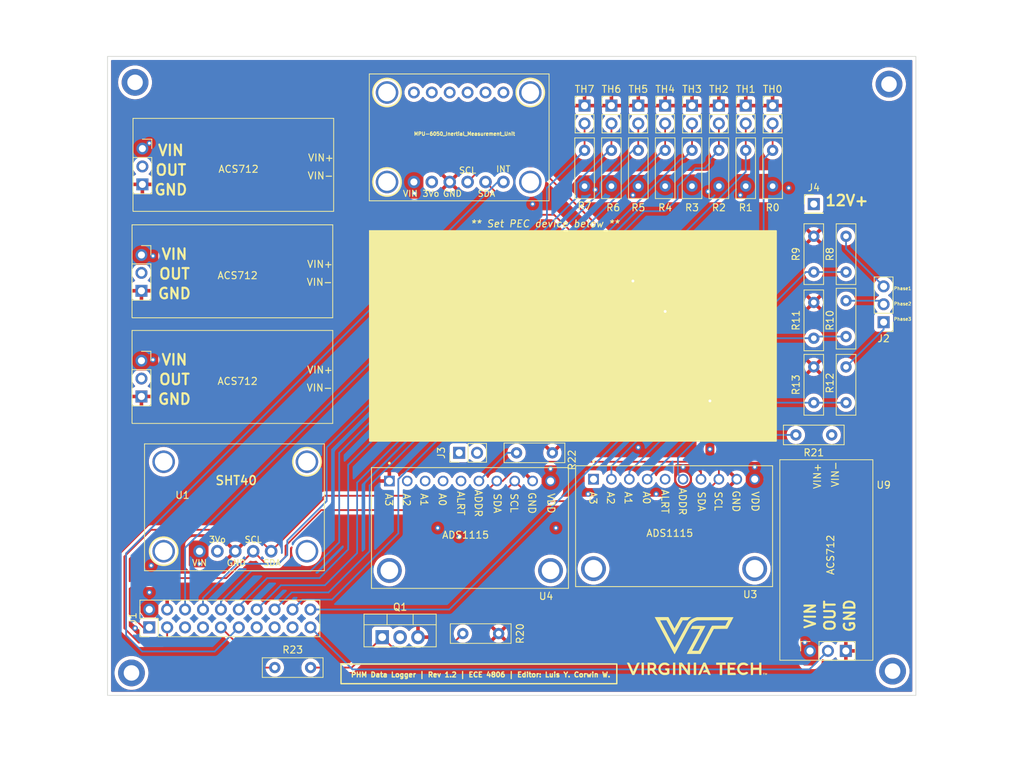
<source format=kicad_pcb>
(kicad_pcb (version 20211014) (generator pcbnew)
  (title_block (title "PHM Datalogging Board") (date "10/27/22") (rev "1.2") (company "Virginia Tech") (comment 1 "Editors: Luis Yon, Corwin Warner"))
  (layers (0 "F.Cu" signal) (1 "In1.Cu" power) (2 "In2.Cu" power) (31 "B.Cu" signal) (34 "B.Paste" user) (35 "F.Paste" user) (36 "B.SilkS" user "B.Silkscreen") (37 "F.SilkS" user "F.Silkscreen") (38 "B.Mask" user) (39 "F.Mask" user) (44 "Edge.Cuts" user))
  (net 0 "")
  (net 1 "SCL_5V")
  (net 2 "+5V")
  (net 3 "SDA_5V")
  (net 4 "GND")
  (net 6 "TM0+")
  (net 8 "TM1+")
  (net 9 "FAN_DRIV")
  (net 10 "TM2+")
  (net 11 "TM3+")
  (net 12 "CUR3")
  (net 13 "TM4+")
  (net 14 "CUR2")
  (net 15 "TM5+")
  (net 16 "CUR1")
  (net 17 "TM6+")
  (net 18 "CUR0")
  (net 19 "TM7+")
  (net 22 "+12V")
  (net 23 "IMU_INT")
  (net 24 "/VoltageReads/VREAD0")
  (net 25 "/VoltageReads/A0_IN")
  (net 26 "/VoltageReads/VREAD1")
  (net 27 "/VoltageReads/A1_IN")
  (net 28 "/VoltageReads/VREAD2")
  (net 29 "/VoltageReads/A2_IN")
  (net 32 "/Fan/FAN-")
  (net 33 "Net-(U3-Pad6)")
  (net 34 "Net-(U4-Pad6)")
  (net 35 "Net-(Q1-Pad1)")
  (footprint "Sensor_Current:ACS712" (layer "F.Cu") (at 172.053276 115.824)
    (fp_text reference "U9")
    (fp_text value "ACS712")
  )
  (footprint "Resistor_THT:R_Box_L8.4mm_W2.5mm_P5.08mm" (layer "F.Cu") (at 160.02 58.415 90)
    (fp_text reference "R1")
    (fp_text value "100k" hide)
  )
  (footprint "Symbol:VTlogo" (layer "F.Cu") (at 153.162 123.698)
    (fp_text reference "G***" hide)
    (fp_text value "LOGO" hide)
  )
  (footprint "Sensor_Humidity:SHT40_BB" (layer "F.Cu") (at 87.783 104.733)
    (fp_text reference "U1")
    (fp_text value "SHT40_Digital_Humidity_Sensor")
  )
  (footprint "Connector_PinHeader_2.54mm:PinHeader_1x02_P2.54mm_Vertical" (layer "F.Cu") (at 137.16 46.99)
    (fp_text reference "TH7")
    (fp_text value "Thermistor_NTC" hide)
  )
  (footprint "Connector_PinHeader_2.54mm:PinHeader_1x02_P2.54mm_Vertical" (layer "F.Cu") (at 144.78 46.99)
    (fp_text reference "TH5")
    (fp_text value "Thermistor_NTC" hide)
  )
  (footprint "MountingHole:MountingHole_2.2mm_M2_DIN965_Pad_TopBottom" (layer "F.Cu") (at 180.848 127.254)
    (fp_text reference "REF**" hide)
    (fp_text value "MountingHole_2.2mm_M2_DIN965_Pad_TopBottom")
  )
  (footprint "Resistor_THT:R_Box_L8.4mm_W2.5mm_P5.08mm" (layer "F.Cu") (at 169.672 89.149 90)
    (fp_text reference "R13")
    (fp_text value "10k" hide)
  )
  (footprint "Resistor_THT:R_Box_L8.4mm_W2.5mm_P5.08mm" (layer "F.Cu") (at 93.223 126.746)
    (fp_text reference "R23")
    (fp_text value "100" hide)
  )
  (footprint "Connector_PinHeader_2.54mm:PinHeader_1x02_P2.54mm_Vertical" (layer "F.Cu") (at 140.97 46.99)
    (fp_text reference "TH6")
    (fp_text value "Thermistor_NTC" hide)
  )
  (footprint "Connector_PinHeader_2.54mm:PinHeader_1x03_P2.54mm_Vertical" (layer "F.Cu") (at 179.578 77.724 180)
    (fp_text reference "J2")
    (fp_text value "Conn_01x03")
  )
  (footprint "Package_DIP:ADS1115" (layer "F.Cu") (at 120.904 106.934 180)
    (fp_text reference "U4")
    (fp_text value "ADS1115")
  )
  (footprint "Resistor_THT:R_Box_L8.4mm_W2.5mm_P5.08mm" (layer "F.Cu") (at 174.244 84.074 -90)
    (fp_text reference "R12")
    (fp_text value "10k" hide)
  )
  (footprint "Resistor_THT:R_Box_L8.4mm_W2.5mm_P5.08mm" (layer "F.Cu") (at 169.672 70.607 90)
    (fp_text reference "R9")
    (fp_text value "10k" hide)
  )
  (footprint "Resistor_THT:R_Box_L8.4mm_W2.5mm_P5.08mm" (layer "F.Cu") (at 156.21 58.415 90)
    (fp_text reference "R2")
    (fp_text value "100k" hide)
  )
  (footprint "Connector_PinHeader_2.54mm:PinHeader_1x02_P2.54mm_Vertical" (layer "F.Cu") (at 119.375 96.266 90)
    (fp_text reference "J3")
    (fp_text value "Conn_01x02")
  )
  (footprint "Sensor_Current:ACS712" (layer "F.Cu") (at 82.867017 86.103276 -90)
    (fp_text reference "U12" hide)
    (fp_text value "ACS712")
  )
  (footprint "Resistor_THT:R_Box_L8.4mm_W2.5mm_P5.08mm" (layer "F.Cu") (at 163.83 58.415 90)
    (fp_text reference "R0")
    (fp_text value "100k" hide)
  )
  (footprint "MountingHole:MountingHole_2.2mm_M2_DIN965_Pad_TopBottom" (layer "F.Cu") (at 73.406 43.688)
    (fp_text reference "REF**" hide)
    (fp_text value "MountingHole_2.2mm_M2_DIN965_Pad_TopBottom")
  )
  (footprint "Resistor_THT:R_Box_L8.4mm_W2.5mm_P5.08mm" (layer "F.Cu") (at 174.244 65.532 -90)
    (fp_text reference "R8")
    (fp_text value "10k" hide)
  )
  (footprint "Resistor_THT:R_Box_L8.4mm_W2.5mm_P5.08mm" (layer "F.Cu") (at 174.244 74.681 -90)
    (fp_text reference "R10")
    (fp_text value "10k" hide)
  )
  (footprint "Sensor_Current:ACS712" (layer "F.Cu") (at 82.867017 71.103276 -90)
    (fp_text reference "U11" hide)
    (fp_text value "ACS712")
  )
  (footprint "Resistor_THT:R_Box_L8.4mm_W2.5mm_P5.08mm" (layer "F.Cu") (at 152.4 58.415 90)
    (fp_text reference "R3")
    (fp_text value "100k" hide)
  )
  (footprint "Connector_PinHeader_2.54mm:PinHeader_1x02_P2.54mm_Vertical" (layer "F.Cu") (at 163.83 46.99)
    (fp_text reference "TH0")
    (fp_text value "Thermistor_NTC" hide)
  )
  (footprint "Connector_PinHeader_2.54mm:PinHeader_1x02_P2.54mm_Vertical" (layer "F.Cu") (at 148.59 46.99)
    (fp_text reference "TH4")
    (fp_text value "Thermistor_NTC" hide)
  )
  (footprint "Sensor_Current:ACS712" (layer "F.Cu") (at 83 56 -90)
    (fp_text reference "U10" hide)
    (fp_text value "ACS712")
  )
  (footprint "Package_TO_SOT_THT:TO-220-3_Vertical" (layer "F.Cu") (at 108.458 122.428)
    (fp_text reference "Q1")
    (fp_text value "IRLZ44N")
  )
  (footprint "Resistor_THT:R_Box_L8.4mm_W2.5mm_P5.08mm" (layer "F.Cu") (at 127.513 96.266)
    (fp_text reference "R22")
    (fp_text value "10k" hide)
  )
  (footprint "Resistor_THT:R_Box_L8.4mm_W2.5mm_P5.08mm" (layer "F.Cu") (at 172.212 93.726 180)
    (fp_text reference "R21")
    (fp_text value "10k" hide)
  )
  (footprint "MountingHole:MountingHole_2.2mm_M2_DIN965_Pad_TopBottom" (layer "F.Cu") (at 72.898 127.508)
    (fp_text reference "REF**" hide)
    (fp_text value "MountingHole_2.2mm_M2_DIN965_Pad_TopBottom")
  )
  (footprint "Connector_PinHeader_2.54mm:PinHeader_1x02_P2.54mm_Vertical" (layer "F.Cu") (at 152.4 46.99)
    (fp_text reference "TH3")
    (fp_text value "Thermistor_NTC" hide)
  )
  (footprint "MountingHole:MountingHole_2.2mm_M2_DIN965_Pad_TopBottom" (layer "F.Cu") (at 180.34 43.942)
    (fp_text reference "REF**" hide)
    (fp_text value "MountingHole_2.2mm_M2_DIN965_Pad_TopBottom")
  )
  (footprint "Connector_PinHeader_2.54mm:PinHeader_2x10_P2.54mm_Vertical" (layer "F.Cu") (at 75.42 121.04 90)
    (fp_text reference "J1")
    (fp_text value "Conn_2Rows-21Pins")
  )
  (footprint "Connector_PinHeader_2.54mm:PinHeader_1x02_P2.54mm_Vertical" (layer "F.Cu") (at 160.02 46.99)
    (fp_text reference "TH1")
    (fp_text value "Thermistor_NTC" hide)
  )
  (footprint "Package_DIP:ADS1115" (layer "F.Cu") (at 149.86 106.68 180)
    (fp_text reference "U3")
    (fp_text value "ADS1115")
  )
  (footprint "Sensor_Motion:MPU6050_BB" (layer "F.Cu") (at 120.13 63.995)
    (fp_text reference "U2" hide)
    (fp_text value "MPU-6050_Inertial_Measurement_Unit")
  )
  (footprint "Connector_PinHeader_2.54mm:PinHeader_1x02_P2.54mm_Vertical" (layer "F.Cu") (at 156.21 46.99)
    (fp_text reference "TH2")
    (fp_text value "Thermistor_NTC" hide)
  )
  (footprint "Resistor_THT:R_Box_L8.4mm_W2.5mm_P5.08mm" (layer "F.Cu") (at 119.893 121.92)
    (fp_text reference "R20")
    (fp_text value "10k" hide)
  )
  (footprint "Resistor_THT:R_Box_L8.4mm_W2.5mm_P5.08mm" (layer "F.Cu") (at 144.78 58.415 90)
    (fp_text reference "R5")
    (fp_text value "100k" hide)
  )
  (footprint "Resistor_THT:R_Box_L8.4mm_W2.5mm_P5.08mm" (layer "F.Cu") (at 148.59 58.415 90)
    (fp_text reference "R4")
    (fp_text value "100k" hide)
  )
  (footprint "Resistor_THT:R_Box_L8.4mm_W2.5mm_P5.08mm" (layer "F.Cu") (at 140.97 58.415 90)
    (fp_text reference "R6")
    (fp_text value "100k" hide)
  )
  (footprint "Resistor_THT:R_Box_L8.4mm_W2.5mm_P5.08mm" (layer "F.Cu") (at 169.672 80.005 90)
    (fp_text reference "R11")
    (fp_text value "10k" hide)
  )
  (footprint "Connector_PinHeader_2.54mm:PinHeader_1x01_P2.54mm_Vertical" (layer "F.Cu") (at 169.672 60.96)
    (fp_text reference "J4")
    (fp_text value "Conn_01x01")
  )
  (footprint "Resistor_THT:R_Box_L8.4mm_W2.5mm_P5.08mm" (layer "F.Cu") (at 137.16 58.42 90)
    (fp_text reference "R7")
    (fp_text value "100k" hide)
  )
  (gr_rect (start 102.616 126.238) (end 141.732 129.032) (layer "F.SilkS") (width 0.2) (fill none))
  (gr_rect (start 106.686206 64.77) (end 164.331795 94.5862) (layer "F.SilkS") (width 0.2) (fill solid))
  (gr_rect (start 69.5 40) (end 184.15 130.69) (layer "Edge.Cuts") (width 0.1) (fill none))
  (gr_text "OUT\n" (at 171.958 119.38 90) (layer "F.SilkS") (effects (font (size 1.5 1.5) (thickness 0.3))))
  (gr_text "GND" (at 174.752 119.38 90) (layer "F.SilkS") (effects (font (size 1.5 1.5) (thickness 0.3))))
  (gr_text "OUT\n" (at 78.994 70.866) (layer "F.SilkS") (effects (font (size 1.5 1.5) (thickness 0.3))))
  (gr_text "VIN" (at 78.994 68.072) (layer "F.SilkS") (effects (font (size 1.5 1.5) (thickness 0.3))))
  (gr_text "OUT\n" (at 78.486 56.134) (layer "F.SilkS") (effects (font (size 1.5 1.5) (thickness 0.3))))
  (gr_text "PHM Data Logger | Rev 1.2 | ECE 4806 | Editor: Luis Y. Corwin W." (at 122.428 127.762) (layer "F.SilkS") (effects (font (size 0.7 0.7) (thickness 0.175))))
  (gr_text "GND" (at 78.994 73.66) (layer "F.SilkS") (effects (font (size 1.5 1.5) (thickness 0.3))))
  (gr_text "VIN" (at 78.994 83.058) (layer "F.SilkS") (effects (font (size 1.5 1.5) (thickness 0.3))))
  (gr_text "GND" (at 78.486 58.928) (layer "F.SilkS") (effects (font (size 1.5 1.5) (thickness 0.3))))
  (gr_text "** Set PEC device below **" (at 131.572 63.754) (layer "F.SilkS") (effects (font (size 1 1) (thickness 0.15) italic)))
  (gr_text "GND" (at 78.994 88.646) (layer "F.SilkS") (effects (font (size 1.5 1.5) (thickness 0.3))))
  (gr_text "Phase1\n\n\nPhase2\n\n\nPhase3\n" (at 182.265695 75.111063) (layer "F.SilkS") (effects (font (size 0.45 0.45) (thickness 0.1))))
  (gr_text "OUT\n" (at 78.994 85.852) (layer "F.SilkS") (effects (font (size 1.5 1.5) (thickness 0.3))))
  (gr_text "12V+" (at 174.370909 60.46109) (layer "F.SilkS") (effects (font (size 1.5 1.5) (thickness 0.3))))
  (gr_text "VIN" (at 169.164 119.38 90) (layer "F.SilkS") (effects (font (size 1.5 1.5) (thickness 0.3))))
  (gr_text "VIN" (at 78.486 53.34) (layer "F.SilkS") (effects (font (size 1.5 1.5) (thickness 0.3))))
  (segment (start 72.644 115.57) (end 72.644 119.126) (width 0.25) (layer "F.Cu") (net 1))
  (segment (start 123.1265 104.394) (end 99.822 104.394) (width 0.25) (layer "F.Cu") (net 1))
  (segment (start 91.944 112.014) (end 90.163 110.233) (width 0.25) (layer "F.Cu") (net 1))
  (segment (start 99.822 104.394) (end 94.742 109.474) (width 0.25) (layer "F.Cu") (net 1))
  (segment (start 127.254 100.2665) (end 123.1265 104.394) (width 0.25) (layer "F.Cu") (net 1))
  (segment (start 120.573 57.828) (end 122.775 55.626) (width 0.25) (layer "F.Cu") (net 1))
  (segment (start 74.168 114.046) (end 72.644 115.57) (width 0.25) (layer "F.Cu") (net 1))
  (segment (start 122.775 55.626) (end 130.556 55.626) (width 0.25) (layer "F.Cu") (net 1))
  (segment (start 86.35 114.046) (end 74.168 114.046) (width 0.25) (layer "F.Cu") (net 1))
  (segment (start 94.742 109.474) (end 94.742 110.998) (width 0.25) (layer "F.Cu") (net 1))
  (segment (start 130.556 55.626) (end 156.21 81.28) (width 0.25) (layer "F.Cu") (net 1))
  (segment (start 74.558 121.04) (end 75.42 121.04) (width 0.25) (layer "F.Cu") (net 1))
  (segment (start 127.254 100.2665) (end 130.1115 103.124) (width 0.25) (layer "F.Cu") (net 1))
  (segment (start 130.1115 103.124) (end 153.0985 103.124) (width 0.25) (layer "F.Cu") (net 1))
  (segment (start 93.726 112.014) (end 91.944 112.014) (width 0.25) (layer "F.Cu") (net 1))
  (segment (start 156.21 81.28) (end 156.21 100.0125) (width 0.25) (layer "F.Cu") (net 1))
  (segment (start 153.0985 103.124) (end 156.21 100.0125) (width 0.25) (layer "F.Cu") (net 1))
  (segment (start 72.644 119.126) (end 74.558 121.04) (width 0.25) (layer "F.Cu") (net 1))
  (segment (start 94.742 110.998) (end 93.726 112.014) (width 0.25) (layer "F.Cu") (net 1))
  (segment (start 90.163 110.233) (end 86.35 114.046) (width 0.25) (layer "F.Cu") (net 1))
  (via (at 159.258 59.69) (size 0.8) (drill 0.4) (layers "F.Cu" "B.Cu") (net 2))
  (via (at 151.13 98.298) (size 0.8) (drill 0.4) (layers "F.Cu" "B.Cu") (net 2))
  (via (at 75.946 83.058) (size 0.8) (drill 0.4) (layers "F.Cu" "B.Cu") (net 2))
  (via (at 132.334 98.552) (size 0.8) (drill 0.4) (layers "F.Cu" "B.Cu") (net 2))
  (via (at 75.438 116.078) (size 0.8) (drill 0.4) (layers "F.Cu" "B.Cu") (net 2))
  (via (at 154.686 59.182) (size 0.8) (drill 0.4) (layers "F.Cu" "B.Cu") (net 2))
  (via (at 113.03 59.436) (size 0.8) (drill 0.4) (layers "F.Cu" "B.Cu") (net 2))
  (via (at 75.946 68.326) (size 0.8) (drill 0.4) (layers "F.Cu" "B.Cu") (net 2))
  (via (at 168.402 123.19) (size 0.8) (drill 0.4) (layers "F.Cu" "B.Cu") (net 2))
  (via (at 161.29 98.298) (size 0.8) (drill 0.4) (layers "F.Cu" "B.Cu") (net 2))
  (via (at 82.55 112.014) (size 0.8) (drill 0.4) (layers "F.Cu" "B.Cu") (net 2))
  (via (at 144.018 59.69) (size 0.8) (drill 0.4) (layers "F.Cu" "B.Cu") (net 2))
  (via (at 75.438 52.324) (size 0.8) (drill 0.4) (layers "F.Cu" "B.Cu") (net 2))
  (via (at 138.684 58.928) (size 0.8) (drill 0.4) (layers "F.Cu" "B.Cu") (net 2))
  (via (at 166.116 58.674) (size 0.8) (drill 0.4) (layers "F.Cu" "B.Cu") (net 2))
  (segment (start 89.658 107.188) (end 75.692 107.188) (width 0.25) (layer "F.Cu") (net 3))
  (segment (start 77.216 123.19) (end 77.978 122.428) (width 0.25) (layer "F.Cu") (net 3))
  (segment (start 92.703 110.233) (end 89.658 107.188) (width 0.25) (layer "F.Cu") (net 3))
  (segment (start 71.882 110.998) (end 71.882 121.158) (width 0.25) (layer "F.Cu") (net 3))
  (segment (start 100.076 102.616) (end 100.076 102.86) (width 0.25) (layer "F.Cu") (net 3))
  (segment (start 152.146 97.536) (end 153.67 99.06) (width 0.25) (layer "F.Cu") (net 3))
  (segment (start 132.842 62.484) (end 153.67 83.312) (width 0.25) (layer "F.Cu") (net 3))
  (segment (start 153.67 83.312) (end 153.67 100.0125) (width 0.25) (layer "F.Cu") (net 3))
  (segment (start 153.67 99.06) (end 153.67 100.0125) (width 0.25) (layer "F.Cu") (net 3))
  (segment (start 122.682 102.2985) (end 124.714 100.2665) (width 0.25) (layer "F.Cu") (net 3))
  (segment (start 128.27 97.536) (end 152.146 97.536) (width 0.25) (layer "F.Cu") (net 3))
  (segment (start 77.96 122.41) (end 77.96 121.04) (width 0.25) (layer "F.Cu") (net 3))
  (segment (start 127.769 62.484) (end 132.842 62.484) (width 0.25) (layer "F.Cu") (net 3))
  (segment (start 77.978 122.428) (end 77.96 122.41) (width 0.25) (layer "F.Cu") (net 3))
  (segment (start 124.714 100.2665) (end 125.5395 100.2665) (width 0.25) (layer "F.Cu") (net 3))
  (segment (start 75.692 107.188) (end 71.882 110.998) (width 0.25) (layer "F.Cu") (net 3))
  (segment (start 125.5395 100.2665) (end 128.27 97.536) (width 0.25) (layer "F.Cu") (net 3))
  (segment (start 73.914 123.19) (end 77.216 123.19) (width 0.25) (layer "F.Cu") (net 3))
  (segment (start 100.076 102.616) (end 100.33 102.362) (width 0.25) (layer "F.Cu") (net 3))
  (segment (start 100.33 102.362) (end 122.682 102.362) (width 0.25) (layer "F.Cu") (net 3))
  (segment (start 123.113 57.828) (end 127.769 62.484) (width 0.25) (layer "F.Cu") (net 3))
  (segment (start 71.882 121.158) (end 73.914 123.19) (width 0.25) (layer "F.Cu") (net 3))
  (segment (start 100.076 102.86) (end 92.703 110.233) (width 0.25) (layer "F.Cu") (net 3))
  (segment (start 122.682 102.362) (end 122.682 102.2985) (width 0.25) (layer "F.Cu") (net 3))
  (via (at 154.94 88.9) (size 0.8) (drill 0.4) (layers "F.Cu" "B.Cu") (net 4))
  (via (at 148.59 76.2) (size 0.8) (drill 0.4) (layers "F.Cu" "B.Cu") (net 4))
  (via (at 73.406 121.158) (size 0.8) (drill 0.4) (layers "F.Cu" "B.Cu") (net 4))
  (via (at 144.78 95.504) (size 0.8) (drill 0.4) (layers "F.Cu" "B.Cu") (net 4))
  (via (at 133.096 106.934) (size 0.8) (drill 0.4) (layers "F.Cu" "B.Cu") (net 4))
  (via (at 75.692 112.268) (size 0.8) (drill 0.4) (layers "F.Cu" "B.Cu") (net 4))
  (via (at 137.668 102.108) (size 0.8) (drill 0.4) (layers "F.Cu" "B.Cu") (net 4))
  (via (at 116.332 106.934) (size 0.8) (drill 0.4) (layers "F.Cu" "B.Cu") (net 4))
  (via (at 144.018 71.882) (size 0.8) (drill 0.4) (layers "F.Cu" "B.Cu") (net 4))
  (via (at 147.32 102.108) (size 0.8) (drill 0.4) (layers "F.Cu" "B.Cu") (net 4))
  (via (at 129.794 60.96) (size 0.8) (drill 0.4) (layers "F.Cu" "B.Cu") (net 4))
  (via (at 119.38 108.204) (size 0.8) (drill 0.4) (layers "F.Cu" "B.Cu") (net 4))
  (via (at 154.94 95.758) (size 0.8) (drill 0.4) (layers "F.Cu" "B.Cu") (net 4))
  (segment (start 163.83 53.335) (end 163.83 49.53) (width 0.25) (layer "F.Cu") (net 6))
  (segment (start 163.83 53.335) (end 162.56 54.605) (width 0.25) (layer "B.Cu") (net 6))
  (segment (start 162.56 73.914) (end 117.974 118.5) (width 0.25) (layer "B.Cu") (net 6))
  (segment (start 162.56 54.605) (end 162.56 73.914) (width 0.25) (layer "B.Cu") (net 6))
  (segment (start 117.974 118.5) (end 98.28 118.5) (width 0.25) (layer "B.Cu") (net 6))
  (segment (start 160.02 53.335) (end 160.02 49.53) (width 0.25) (layer "F.Cu") (net 8))
  (segment (start 145.250511 71.157489) (end 160.02 56.388) (width 0.25) (layer "B.Cu") (net 8))
  (segment (start 110.744 100.011254) (end 139.597765 71.157489) (width 0.25) (layer "B.Cu") (net 8))
  (segment (start 160.02 56.388) (end 160.02 53.335) (width 0.25) (layer "B.Cu") (net 8))
  (segment (start 97.146 117.094) (end 95.74 118.5) (width 0.25) (layer "B.Cu") (net 8))
  (segment (start 110.744 107.696) (end 101.346 117.094) (width 0.25) (layer "B.Cu") (net 8))
  (segment (start 139.597765 71.157489) (end 145.250511 71.157489) (width 0.25) (layer "B.Cu") (net 8))
  (segment (start 110.744 100.011254) (end 110.744 107.696) (width 0.25) (layer "B.Cu") (net 8))
  (segment (start 101.346 117.094) (end 97.146 117.094) (width 0.25) (layer "B.Cu") (net 8))
  (segment (start 91.286 126.746) (end 85.58 121.04) (width 0.25) (layer "F.Cu") (net 9))
  (segment (start 93.223 126.746) (end 91.286 126.746) (width 0.25) (layer "F.Cu") (net 9))
  (segment (start 156.21 53.335) (end 156.21 49.53) (width 0.25) (layer "F.Cu") (net 10))
  (segment (start 152.908 55.88) (end 150.368 58.42) (width 0.25) (layer "B.Cu") (net 10))
  (segment (start 154.178 55.88) (end 152.908 55.88) (width 0.25) (layer "B.Cu") (net 10))
  (segment (start 95.622 116.078) (end 93.2 118.5) (width 0.25) (layer "B.Cu") (net 10))
  (segment (start 145.607478 61.976) (end 106.68 100.903478) (width 0.25) (layer "B.Cu") (net 10))
  (segment (start 154.94 55.118) (end 154.94 54.605) (width 0.25) (layer "B.Cu") (net 10))
  (segment (start 106.68 100.903478) (end 106.68 110.236) (width 0.25) (layer "B.Cu") (net 10))
  (segment (start 154.94 55.118) (end 154.178 55.88) (width 0.25) (layer "B.Cu") (net 10))
  (segment (start 100.838 116.078) (end 95.622 116.078) (width 0.25) (layer "B.Cu") (net 10))
  (segment (start 150.368 58.42) (end 150.368 60.198) (width 0.25) (layer "B.Cu") (net 10))
  (segment (start 106.68 110.236) (end 100.838 116.078) (width 0.25) (layer "B.Cu") (net 10))
  (segment (start 154.94 54.605) (end 156.21 53.335) (width 0.25) (layer "B.Cu") (net 10))
  (segment (start 148.59 61.976) (end 145.607478 61.976) (width 0.25) (layer "B.Cu") (net 10))
  (segment (start 150.368 60.198) (end 148.59 61.976) (width 0.25) (layer "B.Cu") (net 10))
  (segment (start 152.4 53.335) (end 152.4 49.53) (width 0.25) (layer "F.Cu") (net 11))
  (segment (start 151.22699 54.50801) (end 152.4 53.335) (width 0.25) (layer "B.Cu") (net 11))
  (segment (start 104.902 110.49) (end 100.33 115.062) (width 0.25) (layer "B.Cu") (net 11))
  (segment (start 150.876 54.50801) (end 104.902 100.48201) (width 0.25) (layer "B.Cu") (net 11))
  (segment (start 150.876 54.50801) (end 151.22699 54.50801) (width 0.25) (layer "B.Cu") (net 11))
  (segment (start 104.902 100.48201) (end 104.902 110.49) (width 0.25) (layer "B.Cu") (net 11))
  (segment (start 100.33 115.062) (end 94.098 115.062) (width 0.25) (layer "B.Cu") (net 11))
  (segment (start 94.098 115.062) (end 90.66 118.5) (width 0.25) (layer "B.Cu") (net 11))
  (segment (start 148.59 53.335) (end 148.59 49.53) (width 0.25) (layer "F.Cu") (net 13))
  (segment (start 92.134 114.046) (end 88.12 118.06) (width 0.25) (layer "B.Cu") (net 13))
  (segment (start 148.2697 53.335) (end 103.632 97.9727) (width 0.25) (layer "B.Cu") (net 13))
  (segment (start 103.632 97.9727) (end 103.632 109.982) (width 0.25) (layer "B.Cu") (net 13))
  (segment (start 99.568 114.046) (end 92.134 114.046) (width 0.25) (layer "B.Cu") (net 13))
  (segment (start 103.632 109.982) (end 99.568 114.046) (width 0.25) (layer "B.Cu") (net 13))
  (segment (start 148.59 53.335) (end 148.2697 53.335) (width 0.25) (layer "B.Cu") (net 13))
  (segment (start 88.12 118.06) (end 88.12 118.5) (width 0.25) (layer "B.Cu") (net 13))
  (segment (start 144.78 53.335) (end 144.78 49.53) (width 0.25) (layer "F.Cu") (net 15))
  (segment (start 144.78 53.335) (end 144.023 53.335) (width 0.25) (layer "B.Cu") (net 15))
  (segment (start 85.58 117.366) (end 85.58 118.5) (width 0.25) (layer "B.Cu") (net 15))
  (segment (start 144.023 53.335) (end 139.408511 57.949489) (width 0.25) (layer "B.Cu") (net 15))
  (segment (start 98.298 113.03) (end 89.916 113.03) (width 0.25) (layer "B.Cu") (net 15))
  (segment (start 139.408511 59.228103) (end 102.362 96.274614) (width 0.25) (layer "B.Cu") (net 15))
  (segment (start 89.916 113.03) (end 85.58 117.366) (width 0.25) (layer "B.Cu") (net 15))
  (segment (start 139.408511 57.949489) (end 139.408511 59.228103) (width 0.25) (layer "B.Cu") (net 15))
  (segment (start 102.362 108.966) (end 98.298 113.03) (width 0.25) (layer "B.Cu") (net 15))
  (segment (start 102.362 96.274614) (end 102.362 108.966) (width 0.25) (layer "B.Cu") (net 15))
  (segment (start 140.97 53.335) (end 140.97 49.53) (width 0.25) (layer "F.Cu") (net 17))
  (segment (start 83.04 116.858) (end 83.04 118.5) (width 0.25) (layer "B.Cu") (net 17))
  (segment (start 136.035489 60.052511) (end 100.584 95.504) (width 0.25) (layer "B.Cu") (net 17))
  (segment (start 100.584 103.124) (end 94.996 108.712) (width 0.25) (layer "B.Cu") (net 17))
  (segment (start 93.74796 112.014) (end 87.884 112.014) (width 0.25) (layer "B.Cu") (net 17))
  (segment (start 87.884 112.014) (end 83.04 116.858) (width 0.25) (layer "B.Cu") (net 17))
  (segment (start 140.6547 53.335) (end 136.035489 57.954211) (width 0.25) (layer "B.Cu") (net 17))
  (segment (start 94.996 108.712) (end 94.996 110.76596) (width 0.25) (layer "B.Cu") (net 17))
  (segment (start 140.97 53.335) (end 140.6547 53.335) (width 0.25) (layer "B.Cu") (net 17))
  (segment (start 136.035489 57.954211) (end 136.035489 60.052511) (width 0.25) (layer "B.Cu") (net 17))
  (segment (start 100.584 95.504) (end 100.584 103.124) (width 0.25) (layer "B.Cu") (net 17))
  (segment (start 94.996 110.76596) (end 93.74796 112.014) (width 0.25) (layer "B.Cu") (net 17))
  (segment (start 169.058673 127) (end 104.24 127) (width 0.25) (layer "B.Cu") (net 18))
  (segment (start 104.24 127) (end 98.28 121.04) (width 0.25) (layer "B.Cu") (net 18))
  (segment (start 171.678923 124.37975) (end 169.058673 127) (width 0.25) (layer "B.Cu") (net 18))
  (segment (start 137.16 53.34) (end 137.16 49.53) (width 0.25) (layer "F.Cu") (net 19))
  (segment (start 124.46 65.786) (end 80.5 109.746) (width 0.25) (layer "B.Cu") (net 19))
  (segment (start 129.032 65.786) (end 124.46 65.786) (width 0.25) (layer "B.Cu") (net 19))
  (segment (start 131.826 62.992) (end 129.032 65.786) (width 0.25) (layer "B.Cu") (net 19))
  (segment (start 137.16 53.34) (end 131.826 58.674) (width 0.25) (layer "B.Cu") (net 19))
  (segment (start 131.826 58.674) (end 131.826 62.992) (width 0.25) (layer "B.Cu") (net 19))
  (segment (start 80.5 109.746) (end 80.5 118.5) (width 0.25) (layer "B.Cu") (net 19))
  (segment (start 74.422 124.46) (end 84.7 124.46) (width 0.25) (layer "B.Cu") (net 23))
  (segment (start 84.7 124.46) (end 88.12 121.04) (width 0.25) (layer "B.Cu") (net 23))
  (segment (start 125.653 57.828) (end 124.8445 57.828) (width 0.25) (layer "B.Cu") (net 23))
  (segment (start 124.8445 57.828) (end 72.136 110.5365) (width 0.25) (layer "B.Cu") (net 23))
  (segment (start 72.136 110.5365) (end 72.136 122.174) (width 0.25) (layer "B.Cu") (net 23))
  (segment (start 72.136 122.174) (end 74.422 124.46) (width 0.25) (layer "B.Cu") (net 23))
  (segment (start 174.244 67.31) (end 179.578 72.644) (width 0.25) (layer "B.Cu") (net 24))
  (segment (start 174.244 65.532) (end 174.244 67.31) (width 0.25) (layer "B.Cu") (net 24))
  (segment (start 169.672 70.607) (end 168.54063 70.607) (width 0.25) (layer "B.Cu") (net 25))
  (segment (start 174.244 70.612) (end 169.677 70.612) (width 0.25) (layer "B.Cu") (net 25))
  (segment (start 169.677 70.612) (end 169.672 70.607) (width 0.25) (layer "B.Cu") (net 25))
  (segment (start 168.54063 70.607) (end 140.97 98.17763) (width 0.25) (layer "B.Cu") (net 25))
  (segment (start 140.97 98.17763) (end 140.97 100.0125) (width 0.25) (layer "B.Cu") (net 25))
  (segment (start 174.244 74.681) (end 179.075 74.681) (width 0.25) (layer "B.Cu") (net 26))
  (segment (start 179.075 74.681) (end 179.578 75.184) (width 0.25) (layer "B.Cu") (net 26))
  (segment (start 143.51 98.946183) (end 143.51 100.0125) (width 0.25) (layer "B.Cu") (net 27))
  (segment (start 169.672 80.005) (end 162.451183 80.005) (width 0.25) (layer "B.Cu") (net 27))
  (segment (start 169.408 79.761) (end 169.164 80.005) (width 0.25) (layer "B.Cu") (net 27))
  (segment (start 174.244 79.761) (end 169.916 79.761) (width 0.25) (layer "B.Cu") (net 27))
  (segment (start 162.451183 80.005) (end 143.51 98.946183) (width 0.25) (layer "B.Cu") (net 27))
  (segment (start 169.916 79.761) (end 169.672 80.005) (width 0.25) (layer "B.Cu") (net 27))
  (segment (start 179.578 77.724) (end 179.578 78.74) (width 0.25) (layer "B.Cu") (net 28))
  (segment (start 179.578 78.74) (end 174.244 84.074) (width 0.25) (layer "B.Cu") (net 28))
  (segment (start 169.677 89.154) (end 169.672 89.149) (width 0.25) (layer "B.Cu") (net 29))
  (segment (start 156.9135 89.149) (end 146.05 100.0125) (width 0.25) (layer "B.Cu") (net 29))
  (segment (start 169.672 89.149) (end 156.9135 89.149) (width 0.25) (layer "B.Cu") (net 29))
  (segment (start 169.169 89.154) (end 169.164 89.149) (width 0.25) (layer "B.Cu") (net 29))
  (segment (start 174.244 89.154) (end 169.677 89.154) (width 0.25) (layer "B.Cu") (net 29))
  (segment (start 150.405489 99.287989) (end 151.13 100.0125) (width 0.25) (layer "B.Cu") (net 33))
  (segment (start 150.405489 96.990511) (end 150.405489 99.287989) (width 0.25) (layer "B.Cu") (net 33))
  (segment (start 167.132 93.726) (end 153.67 93.726) (width 0.25) (layer "B.Cu") (net 33))
  (segment (start 153.67 93.726) (end 150.405489 96.990511) (width 0.25) (layer "B.Cu") (net 33))
  (segment (start 126.1745 96.266) (end 122.174 100.2665) (width 0.25) (layer "B.Cu") (net 34))
  (segment (start 127.513 96.266) (end 126.1745 96.266) (width 0.25) (layer "B.Cu") (net 34))
  (segment (start 104.14 126.746) (end 108.458 122.428) (width 0.25) (layer "F.Cu") (net 35))
  (segment (start 110.236 124.206) (end 108.458 122.428) (width 0.25) (layer "F.Cu") (net 35))
  (segment (start 98.303 126.746) (end 104.14 126.746) (width 0.25) (layer "F.Cu") (net 35))
  (segment (start 117.607 124.206) (end 110.236 124.206) (width 0.25) (layer "F.Cu") (net 35))
  (segment (start 119.893 121.92) (end 117.607 124.206) (width 0.25) (layer "F.Cu") (net 35))
  (zone (net 2) (net_name "+5V") (layer "F.Cu") (priority 1) (connect_pads yes (clearance 0)) (min_thickness 0.254) (fill yes (thermal_gap 0.508) (thermal_bridge_width 0.508))
    (polygon (pts (xy 162.56 97.79) (xy 162.56 101.346) (xy 162.052 101.854) (xy 160.528 101.854) (xy 160.02 101.092) (xy 160.02 97.79) (xy 160.528 97.536) (xy 162.052 97.536)))
  )
  (zone (net 2) (net_name "+5V") (layer "F.Cu") (priority 1) (connect_pads yes (clearance 0)) (min_thickness 0.254) (fill yes (thermal_gap 0.508) (thermal_bridge_width 0.508))
    (polygon (pts (xy 76.708 115.57) (xy 76.708 119.126) (xy 76.2 119.634) (xy 74.676 119.634) (xy 74.168 118.872) (xy 74.168 115.57) (xy 74.676 115.316) (xy 76.2 115.316)))
  )
  (zone (net 2) (net_name "+5V") (layer "F.Cu") (priority 1) (connect_pads yes (clearance 0)) (min_thickness 0.254) (fill yes (thermal_gap 0.508) (thermal_bridge_width 0.508))
    (polygon (pts (xy 76.708 69.596) (xy 72.136 69.596) (xy 72.136 65.786) (xy 76.708 65.786)))
  )
  (zone (net 2) (net_name "+5V") (layer "F.Cu") (priority 1) (connect_pads yes (clearance 0)) (min_thickness 0.254) (fill yes (thermal_gap 0.508) (thermal_bridge_width 0.508))
    (polygon (pts (xy 114.3 60.198) (xy 111.506 60.198) (xy 111.506 56.388) (xy 114.3 56.388)))
  )
  (zone (net 2) (net_name "+5V") (layer "F.Cu") (priority 1) (connect_pads yes (clearance 0)) (min_thickness 0.254) (fill yes (thermal_gap 0.508) (thermal_bridge_width 0.508))
    (polygon (pts (xy 133.604 98.298) (xy 133.604 101.854) (xy 133.096 102.362) (xy 131.572 102.362) (xy 131.064 101.6) (xy 131.064 98.298) (xy 131.572 98.044) (xy 133.096 98.044)))
  )
  (zone (net 2) (net_name "+5V") (layer "F.Cu") (priority 1) (connect_pads yes (clearance 0)) (min_thickness 0.254) (fill yes (thermal_gap 0.508) (thermal_bridge_width 0.508))
    (polygon (pts (xy 170.292871 122.394086) (xy 170.292871 125.950086) (xy 169.784871 126.458086) (xy 168.260871 126.458086) (xy 167.752871 125.696086) (xy 167.752871 122.394086) (xy 168.260871 122.140086) (xy 169.784871 122.140086)))
  )
  (zone (net 2) (net_name "+5V") (layer "F.Cu") (priority 1) (connect_pads yes (clearance 0)) (min_thickness 0.254) (fill yes (thermal_gap 0.508) (thermal_bridge_width 0.508))
    (polygon (pts (xy 83.82 109.22) (xy 83.82 112.268) (xy 83.566 112.522) (xy 81.28 112.522) (xy 81.026 112.268) (xy 81.026 109.22) (xy 81.534 108.712) (xy 83.566 108.712)))
  )
  (zone (net 2) (net_name "+5V") (layer "F.Cu") (priority 1) (connect_pads yes (clearance 0)) (min_thickness 0.254) (fill yes (thermal_gap 0.508) (thermal_bridge_width 0.508))
    (polygon (pts (xy 152.4 98.044) (xy 152.4 101.6) (xy 151.892 102.108) (xy 150.368 102.108) (xy 149.86 101.346) (xy 149.86 98.044) (xy 150.368 97.79) (xy 151.892 97.79)))
  )
  (zone (net 2) (net_name "+5V") (layer "F.Cu") (priority 1) (connect_pads yes (clearance 0)) (min_thickness 0.254) (fill yes (thermal_gap 0.508) (thermal_bridge_width 0.508))
    (polygon (pts (xy 76.708 84.582) (xy 72.136 84.582) (xy 72.136 80.772) (xy 76.708 80.772)))
  )
  (zone (net 4) (net_name "GND") (layer "F.Cu") (connect_pads (clearance 0.508)) (min_thickness 0.254) (fill yes (thermal_gap 0.508) (thermal_bridge_width 0.508))
    (polygon (pts (xy 193.04 138.43) (xy 63 138.5) (xy 63 35) (xy 109.329551 34.821864) (xy 109.329552 34.821864) (xy 193.04 34.5)))
  )
  (zone (net 2) (net_name "+5V") (layer "F.Cu") (priority 1) (connect_pads yes (clearance 0)) (min_thickness 0.254) (fill yes (thermal_gap 0.508) (thermal_bridge_width 0.508))
    (polygon (pts (xy 167.386 58.166) (xy 167.386 58.928) (xy 166.37 60.198) (xy 136.398 60.198) (xy 135.382 59.182) (xy 135.382 58.166) (xy 136.398 56.896) (xy 166.37 56.642)))
  )
  (zone (net 2) (net_name "+5V") (layer "F.Cu") (priority 1) (connect_pads yes (clearance 0)) (min_thickness 0.254) (fill yes (thermal_gap 0.508) (thermal_bridge_width 0.508))
    (polygon (pts (xy 76.708 54.356) (xy 72.136 54.356) (xy 72.136 50.546) (xy 76.708 50.546)))
  )
  (zone (net 0) (net_name "") (layer "B.Cu") (connect_pads (clearance 0.508)) (min_thickness 0.254) (fill yes (thermal_gap 0.508) (thermal_bridge_width 0.508))
    (polygon (pts (xy 194.94 142) (xy 59.5 142) (xy 59.5 32) (xy 194.94 32)))
  )
)
</source>
